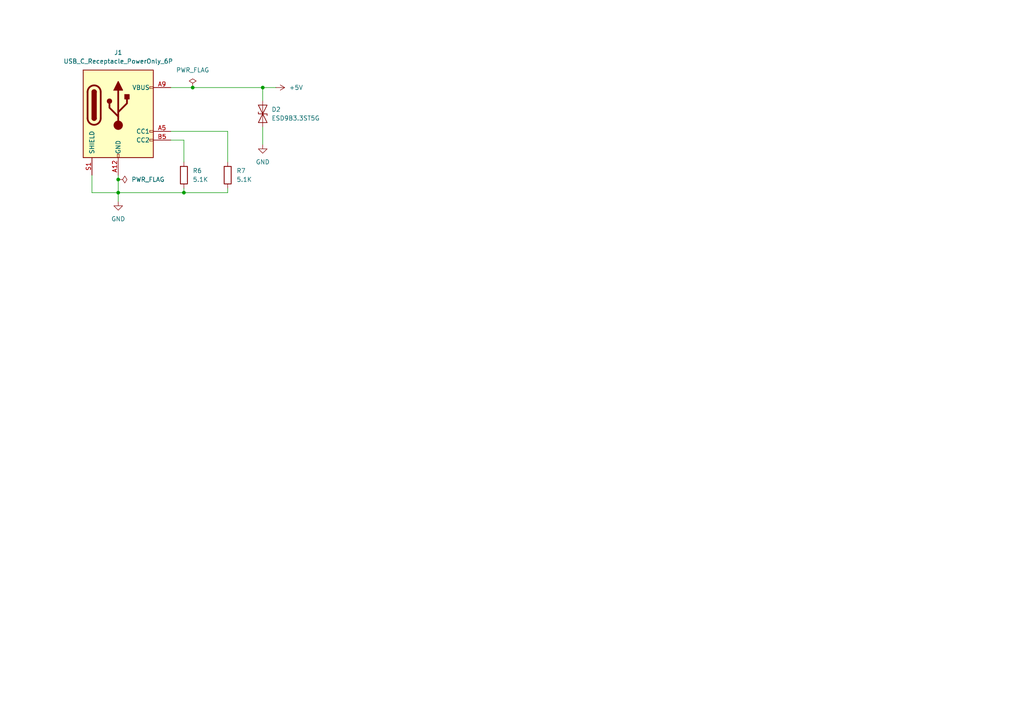
<source format=kicad_sch>
(kicad_sch (version 20250114) (generator "eeschema") (generator_version "9.0")
  (paper "A4")
  (lib_symbols
    (symbol "Connector:USB_C_Receptacle_PowerOnly_6P" (pin_names (offset 1.016))
      (property "Reference" "J" (at 0 16.51 0))
      (property "Value" "USB_C_Receptacle_PowerOnly_6P" (at 0 13.97 0))
      (symbol "USB_C_Receptacle_PowerOnly_6P_0_0"
        (rectangle (start -0.254 -12.7) (end 0.254 -11.684))
        (rectangle (start 10.16 7.874) (end 9.144 7.366))
        (rectangle (start 10.16 -4.826) (end 9.144 -5.334))
        (rectangle (start 10.16 -7.366) (end 9.144 -7.874))
      )
      (symbol "USB_C_Receptacle_PowerOnly_6P_0_1"
        (rectangle (start -10.16 12.7) (end 10.16 -12.7) (stroke (width 0.254)) (fill (type background)))
        (polyline (pts (xy -8.89 -1.27) (xy -8.89 6.35)) (stroke (width 0.508)))
        (rectangle (start -7.62 -1.27) (end -6.35 6.35) (stroke (width 0.254)) (fill (type outline)))
        (arc (start -7.62 6.35) (mid -6.985 6.9823) (end -6.35 6.35) (stroke (width 0.254)))
        (arc (start -7.62 6.35) (mid -6.985 6.9823) (end -6.35 6.35) (stroke (width 0.254)) (fill (type outline)))
        (arc (start -8.89 6.35) (mid -6.985 8.2467) (end -5.08 6.35) (stroke (width 0.508)))
        (arc (start -5.08 -1.27) (mid -6.985 -3.1667) (end -8.89 -1.27) (stroke (width 0.508)))
        (arc (start -6.35 -1.27) (mid -6.985 -1.9023) (end -7.62 -1.27) (stroke (width 0.254)))
        (arc (start -6.35 -1.27) (mid -6.985 -1.9023) (end -7.62 -1.27) (stroke (width 0.254)) (fill (type outline)))
        (polyline (pts (xy -5.08 6.35) (xy -5.08 -1.27)) (stroke (width 0.508)))
        (circle (center -2.54 3.683) (radius 0.635) (stroke (width 0.254)) (fill (type outline)))
        (polyline (pts (xy -1.27 6.858) (xy 0 9.398) (xy 1.27 6.858) (xy -1.27 6.858)) (stroke (width 0.254)) (fill (type outline)))
        (polyline (pts (xy 0 0.508) (xy 2.54 3.048) (xy 2.54 4.318)) (stroke (width 0.508)))
        (polyline (pts (xy 0 -0.762) (xy -2.54 1.778) (xy -2.54 3.048)) (stroke (width 0.508)))
        (polyline (pts (xy 0 -3.302) (xy 0 6.858)) (stroke (width 0.508)))
        (circle (center 0 -3.302) (radius 1.27) (fill (type outline)))
        (rectangle (start 1.905 4.318) (end 3.175 5.588) (stroke (width 0.254)) (fill (type outline)))
      )
      (symbol "USB_C_Receptacle_PowerOnly_6P_1_1"
        (pin passive line (at -7.62 -17.78 90) (length 5.08) (name "SHIELD") (number "S1"))
        (pin passive line (at 0 -17.78 90) (length 5.08) (name "GND") (number "A12"))
        (pin passive line (at 0 -17.78 90) (length 5.08) (hide yes) (name "GND") (number "B12"))
        (pin passive line (at 15.24 7.62 180) (length 5.08) (name "VBUS") (number "A9"))
        (pin passive line (at 15.24 7.62 180) (length 5.08) (hide yes) (name "VBUS") (number "B9"))
        (pin bidirectional line (at 15.24 -5.08 180) (length 5.08) (name "CC1") (number "A5"))
        (pin bidirectional line (at 15.24 -7.62 180) (length 5.08) (name "CC2") (number "B5"))
      )
    )
    (symbol "Device:R" (pin_numbers (hide yes)) (pin_names (offset 0))
      (property "Reference" "R" (at 2.032 0 90))
      (property "Value" "R" (at 0 0 90))
      (symbol "R_0_1"
        (rectangle (start -1.016 -2.54) (end 1.016 2.54) (stroke (width 0.254)))
      )
      (symbol "R_1_1"
        (pin passive line (at 0 3.81 270) (length 1.27) (name "~") (number "1"))
        (pin passive line (at 0 -3.81 90) (length 1.27) (name "~") (number "2"))
      )
    )
    (symbol "Diode:ESD9B3.3ST5G" (pin_numbers (hide yes)) (pin_names (offset 1.016) (hide yes))
      (property "Reference" "D" (at 0 2.54 0))
      (property "Value" "ESD9B3.3ST5G" (at 0 -2.54 0))
      (symbol "ESD9B3.3ST5G_0_1"
        (polyline (pts (xy -2.54 -1.27) (xy 0 0) (xy -2.54 1.27) (xy -2.54 -1.27)) (stroke (width 0.2032)))
        (polyline (pts (xy 0.508 1.27) (xy 0 1.27) (xy 0 -1.27) (xy -0.508 -1.27)) (stroke (width 0.2032)))
        (polyline (pts (xy 1.27 0) (xy -1.27 0)))
        (polyline (pts (xy 2.54 1.27) (xy 2.54 -1.27) (xy 0 0) (xy 2.54 1.27)) (stroke (width 0.2032)))
      )
      (symbol "ESD9B3.3ST5G_1_1"
        (pin passive line (at -3.81 0 0) (length 2.54) (name "A1") (number "1"))
        (pin passive line (at 3.81 0 180) (length 2.54) (name "A2") (number "2"))
      )
    )
    (symbol "power:+5V" (power) (pin_numbers (hide yes)) (pin_names (offset 0) (hide yes))
      (property "Value" "+5V" (at 0 3.556 0))
      (symbol "+5V_0_1"
        (polyline (pts (xy -0.762 1.27) (xy 0 2.54)))
        (polyline (pts (xy 0 2.54) (xy 0.762 1.27)))
        (polyline (pts (xy 0 0) (xy 0 2.54)))
      )
      (symbol "+5V_1_1"
        (pin power_in line (at 0 0 90) (length 0) (name "~") (number "1"))
      )
    )
    (symbol "power:GND" (power) (pin_numbers (hide yes)) (pin_names (offset 0) (hide yes))
      (property "Value" "GND" (at 0 -3.81 0))
      (symbol "GND_0_1"
        (polyline (pts (xy 0 0) (xy 0 -1.27) (xy 1.27 -1.27) (xy 0 -2.54) (xy -1.27 -1.27) (xy 0 -1.27)))
      )
      (symbol "GND_1_1"
        (pin power_in line (at 0 0 270) (length 0) (name "~") (number "1"))
      )
    )
    (symbol "power:PWR_FLAG" (power) (pin_numbers (hide yes)) (pin_names (offset 0) (hide yes))
      (property "Value" "PWR_FLAG" (at 0 3.81 0))
      (symbol "PWR_FLAG_0_0"
        (pin power_out line (at 0 0 90) (length 0) (name "~") (number "1"))
      )
      (symbol "PWR_FLAG_0_1"
        (polyline (pts (xy 0 0) (xy 0 1.27) (xy -1.016 1.905) (xy 0 2.54) (xy 1.016 1.905) (xy 0 1.27)))
      )
    )
  )
  (junction (at 53.34 55.88))
  (junction (at 34.29 55.88))
  (junction (at 76.2 25.4))
  (junction (at 55.88 25.4))
  (junction (at 34.29 52.07))
  (wire (pts (xy 66.04 38.1) (xy 66.04 46.99)))
  (wire (pts (xy 26.67 55.88) (xy 34.29 55.88)))
  (wire (pts (xy 53.34 55.88) (xy 34.29 55.88)))
  (wire (pts (xy 49.53 40.64) (xy 53.34 40.64)))
  (wire (pts (xy 76.2 36.83) (xy 76.2 41.91)))
  (wire (pts (xy 76.2 25.4) (xy 80.01 25.4)))
  (wire (pts (xy 49.53 38.1) (xy 66.04 38.1)))
  (wire (pts (xy 53.34 40.64) (xy 53.34 46.99)))
  (wire (pts (xy 76.2 25.4) (xy 76.2 29.21)))
  (wire (pts (xy 34.29 52.07) (xy 34.29 55.88)))
  (wire (pts (xy 55.88 25.4) (xy 76.2 25.4)))
  (wire (pts (xy 34.29 55.88) (xy 34.29 58.42)))
  (wire (pts (xy 26.67 50.8) (xy 26.67 55.88)))
  (wire (pts (xy 34.29 50.8) (xy 34.29 52.07)))
  (wire (pts (xy 53.34 54.61) (xy 53.34 55.88)))
  (wire (pts (xy 49.53 25.4) (xy 55.88 25.4)))
  (wire (pts (xy 66.04 54.61) (xy 66.04 55.88)))
  (wire (pts (xy 66.04 55.88) (xy 53.34 55.88)))
  (symbol (lib_id "Device:R") (at 66.04 50.8 0) (unit 1)
    (property "Reference" "R7" (at 68.58 49.5299 0) (effects (justify left)))
    (property "Value" "5.1K" (at 68.58 52.0699 0) (effects (justify left)))
    (property "Footprint" "Resistor_SMD:R_0805_2012Metric" (effects (hide yes)))
    (property "Description" "Resistor" (effects (hide yes)))
  )
  (symbol (lib_id "power:GND") (at 34.29 58.42 0) (unit 1)
    (property "Reference" "#PWR015" (effects (hide yes)))
    (property "Value" "GND" (at 34.29 63.5 0))
    (property "Description" "Power symbol creates a global label with name \"GND\" , ground" (effects (hide yes)))
  )
  (symbol (lib_id "power:PWR_FLAG") (at 34.29 52.07 270) (unit 1)
    (property "Reference" "#FLG02" (effects (hide yes)))
    (property "Value" "PWR_FLAG" (at 38.1 52.0699 90) (effects (justify left)))
    (property "Description" "Special symbol for telling ERC where power comes from" (effects (hide yes)))
  )
  (symbol (lib_id "power:+5V") (at 80.01 25.4 270) (unit 1)
    (property "Reference" "#PWR014" (effects (hide yes)))
    (property "Value" "+5V" (at 83.82 25.3999 90) (effects (justify left)))
    (property "Description" "Power symbol creates a global label with name \"+5V\"" (effects (hide yes)))
  )
  (symbol (lib_id "power:GND") (at 76.2 41.91 0) (unit 1)
    (property "Reference" "#PWR026" (effects (hide yes)))
    (property "Value" "GND" (at 76.2 46.99 0))
    (property "Description" "Power symbol creates a global label with name \"GND\" , ground" (effects (hide yes)))
  )
  (symbol (lib_id "Connector:USB_C_Receptacle_PowerOnly_6P") (at 34.29 33.02 0) (unit 1)
    (property "Reference" "J1" (at 34.29 15.24 0))
    (property "Value" "USB_C_Receptacle_PowerOnly_6P" (at 34.29 17.78 0))
    (property "Footprint" "Connector_USB:USB_C_Receptacle_GCT_USB4125-xx-x-0190_6P_TopMnt_Horizontal" (effects (hide yes)))
    (property "Datasheet" "https://www.usb.org/sites/default/files/documents/usb_type-c.zip" (effects (hide yes)))
    (property "Description" "USB Power-Only 6P Type-C Receptacle connector" (effects (hide yes)))
  )
  (symbol (lib_id "Device:R") (at 53.34 50.8 0) (unit 1)
    (property "Reference" "R6" (at 55.88 49.5299 0) (effects (justify left)))
    (property "Value" "5.1K" (at 55.88 52.0699 0) (effects (justify left)))
    (property "Footprint" "Resistor_SMD:R_0805_2012Metric" (effects (hide yes)))
    (property "Description" "Resistor" (effects (hide yes)))
  )
  (symbol (lib_id "power:PWR_FLAG") (at 55.88 25.4 0) (unit 1)
    (property "Reference" "#FLG01" (effects (hide yes)))
    (property "Value" "PWR_FLAG" (at 55.88 20.32 0))
    (property "Description" "Special symbol for telling ERC where power comes from" (effects (hide yes)))
  )
  (symbol (lib_id "Diode:ESD9B3.3ST5G") (at 76.2 33.02 90) (unit 1)
    (property "Reference" "D2" (at 78.74 31.7499 90) (effects (justify right)))
    (property "Value" "ESD9B3.3ST5G" (at 78.74 34.2899 90) (effects (justify right)))
    (property "Footprint" "Diode_SMD:D_0805_2012Metric" (effects (hide yes)))
    (property "Datasheet" "https://www.onsemi.com/pub/Collateral/ESD9B-D.PDF" (effects (hide yes)))
    (property "Description" "ESD protection diode, 3.3Vrwm, SOD-923" (effects (hide yes)))
  )
)
</source>
